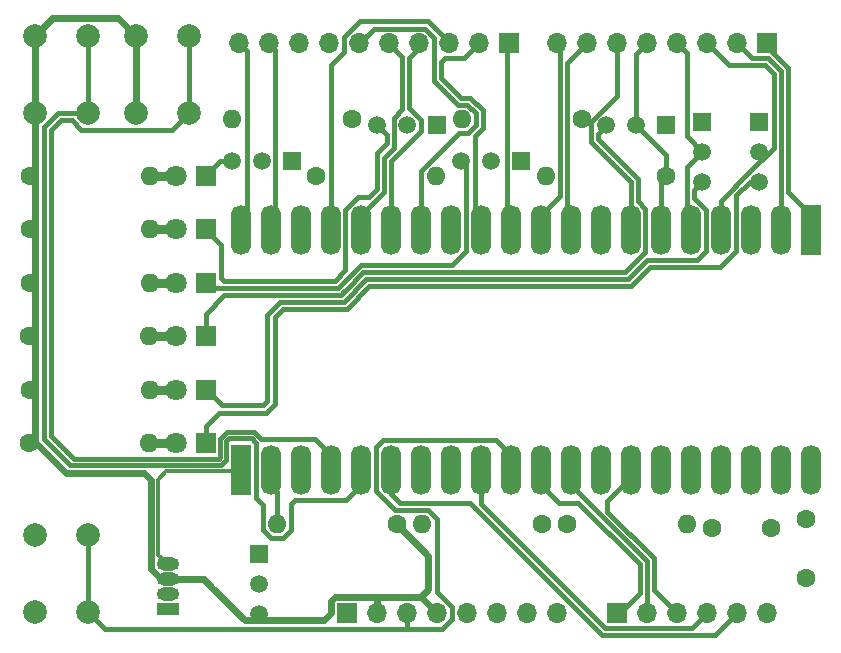
<source format=gbr>
%TF.GenerationSoftware,KiCad,Pcbnew,8.0.4*%
%TF.CreationDate,2024-09-11T09:24:51+02:00*%
%TF.ProjectId,Pico_Adapter,5069636f-5f41-4646-9170-7465722e6b69,V1.1*%
%TF.SameCoordinates,Original*%
%TF.FileFunction,Copper,L2,Bot*%
%TF.FilePolarity,Positive*%
%FSLAX46Y46*%
G04 Gerber Fmt 4.6, Leading zero omitted, Abs format (unit mm)*
G04 Created by KiCad (PCBNEW 8.0.4) date 2024-09-11 09:24:51*
%MOMM*%
%LPD*%
G01*
G04 APERTURE LIST*
%TA.AperFunction,ComponentPad*%
%ADD10R,1.500000X1.500000*%
%TD*%
%TA.AperFunction,ComponentPad*%
%ADD11C,1.500000*%
%TD*%
%TA.AperFunction,ComponentPad*%
%ADD12R,1.800000X1.800000*%
%TD*%
%TA.AperFunction,ComponentPad*%
%ADD13C,1.800000*%
%TD*%
%TA.AperFunction,ComponentPad*%
%ADD14R,1.700000X1.700000*%
%TD*%
%TA.AperFunction,ComponentPad*%
%ADD15O,1.700000X1.700000*%
%TD*%
%TA.AperFunction,ComponentPad*%
%ADD16C,1.600000*%
%TD*%
%TA.AperFunction,ComponentPad*%
%ADD17O,1.600000X1.600000*%
%TD*%
%TA.AperFunction,SMDPad,CuDef*%
%ADD18R,1.700000X4.240000*%
%TD*%
%TA.AperFunction,ComponentPad*%
%ADD19C,1.700000*%
%TD*%
%TA.AperFunction,SMDPad,CuDef*%
%ADD20O,1.700000X4.240000*%
%TD*%
%TA.AperFunction,ComponentPad*%
%ADD21C,2.000000*%
%TD*%
%TA.AperFunction,ComponentPad*%
%ADD22R,1.900000X1.140000*%
%TD*%
%TA.AperFunction,ComponentPad*%
%ADD23O,1.900000X1.140000*%
%TD*%
%TA.AperFunction,Conductor*%
%ADD24C,0.400000*%
%TD*%
%TA.AperFunction,Conductor*%
%ADD25C,0.300000*%
%TD*%
%TA.AperFunction,Conductor*%
%ADD26C,0.600000*%
%TD*%
%TA.AperFunction,Conductor*%
%ADD27C,0.800000*%
%TD*%
G04 APERTURE END LIST*
D10*
%TO.P,B1,1,GND*%
%TO.N,GND*%
X99568000Y-150749000D03*
D11*
%TO.P,B1,2,DQ*%
%TO.N,GP17*%
X99568000Y-153289000D03*
%TO.P,B1,3,V_{DD}*%
%TO.N,+3V3*%
X99568000Y-155829000D03*
%TD*%
D10*
%TO.P,Q5,1,S*%
%TO.N,GND*%
X121768600Y-117504400D03*
D11*
%TO.P,Q5,2,G*%
%TO.N,GP5*%
X119228600Y-117504400D03*
%TO.P,Q5,3,D*%
%TO.N,Net-(P5-K)*%
X116688600Y-117504400D03*
%TD*%
D12*
%TO.P,P5,1,K*%
%TO.N,Net-(P5-K)*%
X95052800Y-127791400D03*
D13*
%TO.P,P5,2,A*%
%TO.N,Net-(P5-A)*%
X92512800Y-127791400D03*
%TD*%
D14*
%TO.P,X5,1,Pin_1*%
%TO.N,GP26*%
X129869600Y-155769400D03*
D15*
%TO.P,X5,2,Pin_2*%
%TO.N,GP27*%
X132409600Y-155769400D03*
%TO.P,X5,3,Pin_3*%
%TO.N,GP28*%
X134949600Y-155769400D03*
%TO.P,X5,4,Pin_4*%
%TO.N,GP22*%
X137489600Y-155769400D03*
%TO.P,X5,5,Pin_5*%
%TO.N,GP20*%
X140029600Y-155769400D03*
%TO.P,X5,6,Pin_6*%
%TO.N,GP21*%
X142569600Y-155769400D03*
%TD*%
D16*
%TO.P,R3,1*%
%TO.N,GP3*%
X123521200Y-148238400D03*
D17*
%TO.P,R3,2*%
%TO.N,GND*%
X113361200Y-148238400D03*
%TD*%
D16*
%TO.P,R13,1*%
%TO.N,+3V3*%
X80138000Y-118723600D03*
D17*
%TO.P,R13,2*%
%TO.N,Net-(P7-A)*%
X90298000Y-118723600D03*
%TD*%
D14*
%TO.P,X2,1,Pin_1*%
%TO.N,GP16*%
X98018600Y-144931900D03*
D18*
X98018600Y-143661900D03*
D14*
X98018600Y-142391900D03*
D19*
%TO.P,X2,2,Pin_2*%
%TO.N,GP17*%
X100558600Y-144931900D03*
D20*
X100558600Y-143661900D03*
D19*
X100558600Y-142391900D03*
%TO.P,X2,3,Pin_3*%
%TO.N,GND*%
X103098600Y-144931900D03*
D20*
X103098600Y-143661900D03*
D19*
X103098600Y-142391900D03*
%TO.P,X2,4,Pin_4*%
%TO.N,GP18*%
X105638600Y-144931900D03*
D20*
X105638600Y-143661900D03*
D19*
X105638600Y-142391900D03*
%TO.P,X2,5,Pin_5*%
%TO.N,GP19*%
X108178600Y-144931900D03*
D20*
X108178600Y-143661900D03*
D19*
X108178600Y-142391900D03*
%TO.P,X2,6,Pin_6*%
%TO.N,GP20*%
X110718600Y-144931900D03*
D20*
X110718600Y-143661900D03*
D19*
X110718600Y-142391900D03*
%TO.P,X2,7,Pin_7*%
%TO.N,GP21*%
X113258600Y-144931900D03*
D20*
X113258600Y-143661900D03*
D19*
X113258600Y-142391900D03*
%TO.P,X2,8,Pin_8*%
%TO.N,GND*%
X115798600Y-144931900D03*
D20*
X115798600Y-143661900D03*
D19*
X115798600Y-142391900D03*
%TO.P,X2,9,Pin_9*%
%TO.N,GP22*%
X118338600Y-144931900D03*
D20*
X118338600Y-143661900D03*
D19*
X118338600Y-142391900D03*
%TO.P,X2,10,Pin_10*%
%TO.N,RUN*%
X120878600Y-144931900D03*
D20*
X120878600Y-143661900D03*
D19*
X120878600Y-142391900D03*
%TO.P,X2,11,Pin_11*%
%TO.N,GP26*%
X123418600Y-144931900D03*
D20*
X123418600Y-143661900D03*
D19*
X123418600Y-142391900D03*
%TO.P,X2,12,Pin_12*%
%TO.N,GP27*%
X125958600Y-144931900D03*
D20*
X125958600Y-143661900D03*
D19*
X125958600Y-142391900D03*
%TO.P,X2,13,Pin_13*%
%TO.N,GND*%
X128498600Y-144931900D03*
D20*
X128498600Y-143661900D03*
D19*
X128498600Y-142391900D03*
%TO.P,X2,14,Pin_14*%
%TO.N,GP28*%
X131038600Y-144931900D03*
D20*
X131038600Y-143661900D03*
D19*
X131038600Y-142391900D03*
%TO.P,X2,15,Pin_15*%
%TO.N,VREF*%
X133578600Y-144931900D03*
D20*
X133578600Y-143661900D03*
D19*
X133578600Y-142391900D03*
%TO.P,X2,16,Pin_16*%
%TO.N,+3V3*%
X136118600Y-144931900D03*
D20*
X136118600Y-143661900D03*
D19*
X136118600Y-142391900D03*
%TO.P,X2,17,Pin_17*%
%TO.N,unconnected-(X2-Pin_17-Pad17)_2*%
X138658600Y-144931900D03*
D20*
%TO.N,unconnected-(X2-Pin_17-Pad17)_1*%
X138658600Y-143661900D03*
D19*
%TO.N,unconnected-(X2-Pin_17-Pad17)_3*%
X138658600Y-142391900D03*
%TO.P,X2,18,Pin_18*%
%TO.N,GND*%
X141198600Y-144931900D03*
D20*
X141198600Y-143661900D03*
D19*
X141198600Y-142391900D03*
%TO.P,X2,19,Pin_19*%
%TO.N,+5V*%
X143738600Y-144931900D03*
D20*
X143738600Y-143661900D03*
D19*
X143738600Y-142391900D03*
%TO.P,X2,20,Pin_20*%
%TO.N,unconnected-(X2-Pin_20-Pad20)_2*%
X146278600Y-144931900D03*
D20*
%TO.N,unconnected-(X2-Pin_20-Pad20)*%
X146278600Y-143661900D03*
D19*
%TO.N,unconnected-(X2-Pin_20-Pad20)_1*%
X146278600Y-142391900D03*
%TD*%
D12*
%TO.P,P4,1,K*%
%TO.N,Net-(P4-K)*%
X95047800Y-132312600D03*
D13*
%TO.P,P4,2,A*%
%TO.N,Net-(P4-A)*%
X92507800Y-132312600D03*
%TD*%
D12*
%TO.P,P6,1,K*%
%TO.N,Net-(P6-K)*%
X95052800Y-123270200D03*
D13*
%TO.P,P6,2,A*%
%TO.N,Net-(P6-A)*%
X92512800Y-123270200D03*
%TD*%
D16*
%TO.P,C2,1*%
%TO.N,+5V*%
X145846800Y-152802600D03*
%TO.P,C2,2*%
%TO.N,GND*%
X145846800Y-147802600D03*
%TD*%
D21*
%TO.P,SW2,1,A*%
%TO.N,+3V3*%
X89114800Y-113439200D03*
X89114800Y-106939200D03*
%TO.P,SW2,2,B*%
%TO.N,GP18*%
X93614800Y-113439200D03*
X93614800Y-106939200D03*
%TD*%
D16*
%TO.P,R14,1*%
%TO.N,+3V3*%
X80133000Y-132312600D03*
D17*
%TO.P,R14,2*%
%TO.N,Net-(P4-A)*%
X90293000Y-132312600D03*
%TD*%
D16*
%TO.P,R10,1*%
%TO.N,+3V3*%
X80133000Y-141355000D03*
D17*
%TO.P,R10,2*%
%TO.N,Net-(P2-A)*%
X90293000Y-141355000D03*
%TD*%
D16*
%TO.P,R11,1*%
%TO.N,+3V3*%
X80138000Y-127791400D03*
D17*
%TO.P,R11,2*%
%TO.N,Net-(P5-A)*%
X90298000Y-127791400D03*
%TD*%
D16*
%TO.P,R7,1*%
%TO.N,+3V3*%
X111253000Y-148238400D03*
D17*
%TO.P,R7,2*%
%TO.N,GP17*%
X101093000Y-148238400D03*
%TD*%
D16*
%TO.P,R2,1*%
%TO.N,GP2*%
X125654800Y-148238400D03*
D17*
%TO.P,R2,2*%
%TO.N,GND*%
X135814800Y-148238400D03*
%TD*%
D16*
%TO.P,R1,1*%
%TO.N,GP7*%
X107468400Y-113948400D03*
D17*
%TO.P,R1,2*%
%TO.N,GND*%
X97308400Y-113948400D03*
%TD*%
D12*
%TO.P,P7,1,K*%
%TO.N,Net-(P7-K)*%
X95052800Y-118749000D03*
D13*
%TO.P,P7,2,A*%
%TO.N,Net-(P7-A)*%
X92512800Y-118749000D03*
%TD*%
D12*
%TO.P,P2,1,K*%
%TO.N,Net-(P2-K)*%
X95047800Y-141355000D03*
D13*
%TO.P,P2,2,A*%
%TO.N,Net-(P2-A)*%
X92507800Y-141355000D03*
%TD*%
D14*
%TO.P,X6,1,Pin_1*%
%TO.N,GP8*%
X120727800Y-107518400D03*
D15*
%TO.P,X6,2,Pin_2*%
%TO.N,GP9*%
X118187800Y-107518400D03*
%TO.P,X6,3,Pin_3*%
%TO.N,GP13*%
X115647800Y-107518400D03*
%TO.P,X6,4,Pin_4*%
%TO.N,GP11*%
X113107800Y-107518400D03*
%TO.P,X6,5,Pin_5*%
%TO.N,GP12*%
X110567800Y-107518400D03*
%TO.P,X6,6,Pin_6*%
%TO.N,GP10*%
X108027800Y-107518400D03*
%TO.P,X6,7,Pin_7*%
%TO.N,GND*%
X105487800Y-107518400D03*
%TO.P,X6,8,Pin_8*%
%TO.N,VREF*%
X102947800Y-107518400D03*
%TO.P,X6,9,Pin_9*%
%TO.N,GP14*%
X100407800Y-107518400D03*
%TO.P,X6,10,Pin_10*%
%TO.N,GP15*%
X97867800Y-107518400D03*
%TD*%
D14*
%TO.P,X3,1,Pin_1*%
%TO.N,unconnected-(X3-Pin_1-Pad1)*%
X107010600Y-155769400D03*
D15*
%TO.P,X3,2,Pin_2*%
%TO.N,+3V3*%
X109550600Y-155769400D03*
%TO.P,X3,3,Pin_3*%
%TO.N,RUN*%
X112090600Y-155769400D03*
%TO.P,X3,4,Pin_4*%
%TO.N,+3V3*%
X114630600Y-155769400D03*
%TO.P,X3,5,Pin_5*%
%TO.N,+5V*%
X117170600Y-155769400D03*
%TO.P,X3,6,Pin_6*%
%TO.N,GND*%
X119710600Y-155769400D03*
%TO.P,X3,7,Pin_7*%
X122250600Y-155769400D03*
%TO.P,X3,8,Pin_8*%
%TO.N,unconnected-(X3-Pin_8-Pad8)*%
X124790600Y-155769400D03*
%TD*%
D16*
%TO.P,R4,1*%
%TO.N,GP4*%
X134011400Y-118723600D03*
D17*
%TO.P,R4,2*%
%TO.N,GND*%
X123851400Y-118723600D03*
%TD*%
D10*
%TO.P,Q7,1,S*%
%TO.N,GND*%
X102337600Y-117500000D03*
D11*
%TO.P,Q7,2,G*%
%TO.N,GP7*%
X99797600Y-117500000D03*
%TO.P,Q7,3,D*%
%TO.N,Net-(P7-K)*%
X97257600Y-117500000D03*
%TD*%
D22*
%TO.P,P1,1,DOUT*%
%TO.N,unconnected-(P1-DOUT-Pad1)*%
X91821000Y-155448000D03*
D23*
%TO.P,P1,2,GND*%
%TO.N,GND*%
X91821000Y-154178000D03*
%TO.P,P1,3,VDD*%
%TO.N,+3V3*%
X91821000Y-152908000D03*
%TO.P,P1,4,DIN*%
%TO.N,GP16*%
X91821000Y-151638000D03*
%TD*%
D21*
%TO.P,SW1,2,B*%
%TO.N,GND*%
X80604800Y-155650000D03*
X80604800Y-149150000D03*
%TO.P,SW1,1,A*%
%TO.N,RUN*%
X85104800Y-155650000D03*
X85104800Y-149150000D03*
%TD*%
D16*
%TO.P,R12,1*%
%TO.N,+3V3*%
X80138000Y-136833800D03*
D17*
%TO.P,R12,2*%
%TO.N,Net-(P3-A)*%
X90298000Y-136833800D03*
%TD*%
D14*
%TO.P,X1,1,Pin_1*%
%TO.N,GP0*%
X146278600Y-122072400D03*
D18*
X146278600Y-123342400D03*
D14*
X146278600Y-124612400D03*
D19*
%TO.P,X1,2,Pin_2*%
%TO.N,GP1*%
X143738600Y-122072400D03*
D20*
X143738600Y-123342400D03*
D19*
X143738600Y-124612400D03*
%TO.P,X1,3,Pin_3*%
%TO.N,GND*%
X141198600Y-122072400D03*
D20*
X141198600Y-123342400D03*
D19*
X141198600Y-124612400D03*
%TO.P,X1,4,Pin_4*%
%TO.N,GP2*%
X138658600Y-122072400D03*
D20*
X138658600Y-123342400D03*
D19*
X138658600Y-124612400D03*
%TO.P,X1,5,Pin_5*%
%TO.N,GP3*%
X136118600Y-122072400D03*
D20*
X136118600Y-123342400D03*
D19*
X136118600Y-124612400D03*
%TO.P,X1,6,Pin_6*%
%TO.N,GP4*%
X133578600Y-122072400D03*
D20*
X133578600Y-123342400D03*
D19*
X133578600Y-124612400D03*
%TO.P,X1,7,Pin_7*%
%TO.N,GP5*%
X131038600Y-122072400D03*
D20*
X131038600Y-123342400D03*
D19*
X131038600Y-124612400D03*
%TO.P,X1,8,Pin_8*%
%TO.N,GND*%
X128498600Y-122072400D03*
D20*
X128498600Y-123342400D03*
D19*
X128498600Y-124612400D03*
%TO.P,X1,9,Pin_9*%
%TO.N,GP6*%
X125958600Y-122072400D03*
D20*
X125958600Y-123342400D03*
D19*
X125958600Y-124612400D03*
%TO.P,X1,10,Pin_10*%
%TO.N,GP7*%
X123418600Y-122072400D03*
D20*
X123418600Y-123342400D03*
D19*
X123418600Y-124612400D03*
%TO.P,X1,11,Pin_11*%
%TO.N,GP8*%
X120878600Y-122072400D03*
D20*
X120878600Y-123342400D03*
D19*
X120878600Y-124612400D03*
%TO.P,X1,12,Pin_12*%
%TO.N,GP9*%
X118338600Y-122072400D03*
D20*
X118338600Y-123342400D03*
D19*
X118338600Y-124612400D03*
%TO.P,X1,13,Pin_13*%
%TO.N,GND*%
X115798600Y-122072400D03*
D20*
X115798600Y-123342400D03*
D19*
X115798600Y-124612400D03*
%TO.P,X1,14,Pin_14*%
%TO.N,GP10*%
X113258600Y-122072400D03*
D20*
X113258600Y-123342400D03*
D19*
X113258600Y-124612400D03*
%TO.P,X1,15,Pin_15*%
%TO.N,GP11*%
X110718600Y-122072400D03*
D20*
X110718600Y-123342400D03*
D19*
X110718600Y-124612400D03*
%TO.P,X1,16,Pin_16*%
%TO.N,GP12*%
X108178600Y-122072400D03*
D20*
X108178600Y-123342400D03*
D19*
X108178600Y-124612400D03*
%TO.P,X1,17,Pin_17*%
%TO.N,GP13*%
X105638600Y-122072400D03*
D20*
X105638600Y-123342400D03*
D19*
X105638600Y-124612400D03*
%TO.P,X1,18,Pin_18*%
%TO.N,GND*%
X103098600Y-122072400D03*
D20*
X103098600Y-123342400D03*
D19*
X103098600Y-124612400D03*
%TO.P,X1,19,Pin_19*%
%TO.N,GP14*%
X100558600Y-122072400D03*
D20*
X100558600Y-123342400D03*
D19*
X100558600Y-124612400D03*
%TO.P,X1,20,Pin_20*%
%TO.N,GP15*%
X98018600Y-122072400D03*
D20*
X98018600Y-123342400D03*
D19*
X98018600Y-124612400D03*
%TD*%
D16*
%TO.P,R6,1*%
%TO.N,GP6*%
X104420400Y-118723600D03*
D17*
%TO.P,R6,2*%
%TO.N,GND*%
X114580400Y-118723600D03*
%TD*%
D10*
%TO.P,Q4,1,S*%
%TO.N,GND*%
X134062200Y-114452000D03*
D11*
%TO.P,Q4,2,G*%
%TO.N,GP4*%
X131522200Y-114452000D03*
%TO.P,Q4,3,D*%
%TO.N,Net-(P4-K)*%
X128982200Y-114452000D03*
%TD*%
D16*
%TO.P,R15,1*%
%TO.N,+3V3*%
X80138000Y-123270200D03*
D17*
%TO.P,R15,2*%
%TO.N,Net-(P6-A)*%
X90298000Y-123270200D03*
%TD*%
D16*
%TO.P,C1,1*%
%TO.N,+3V3*%
X137922000Y-148590000D03*
%TO.P,C1,2*%
%TO.N,GND*%
X142922000Y-148590000D03*
%TD*%
D10*
%TO.P,Q6,1,S*%
%TO.N,GND*%
X114656600Y-114456400D03*
D11*
%TO.P,Q6,2,G*%
%TO.N,GP6*%
X112116600Y-114456400D03*
%TO.P,Q6,3,D*%
%TO.N,Net-(P6-K)*%
X109576600Y-114456400D03*
%TD*%
D10*
%TO.P,Q3,1,S*%
%TO.N,GND*%
X137110200Y-114151600D03*
D11*
%TO.P,Q3,2,G*%
%TO.N,GP3*%
X137110200Y-116691600D03*
%TO.P,Q3,3,D*%
%TO.N,Net-(P3-K)*%
X137110200Y-119231600D03*
%TD*%
D14*
%TO.P,X4,1,Pin_1*%
%TO.N,GP0*%
X142569600Y-107518400D03*
D15*
%TO.P,X4,2,Pin_2*%
%TO.N,GP1*%
X140029600Y-107518400D03*
%TO.P,X4,3,Pin_3*%
%TO.N,GP2*%
X137489600Y-107518400D03*
%TO.P,X4,4,Pin_4*%
%TO.N,GP3*%
X134949600Y-107518400D03*
%TO.P,X4,5,Pin_5*%
%TO.N,GP4*%
X132409600Y-107518400D03*
%TO.P,X4,6,Pin_6*%
%TO.N,GP5*%
X129869600Y-107518400D03*
%TO.P,X4,7,Pin_7*%
%TO.N,GP6*%
X127329600Y-107518400D03*
%TO.P,X4,8,Pin_8*%
%TO.N,GP7*%
X124789600Y-107518400D03*
%TD*%
D12*
%TO.P,P3,1,K*%
%TO.N,Net-(P3-K)*%
X95052800Y-136833800D03*
D13*
%TO.P,P3,2,A*%
%TO.N,Net-(P3-A)*%
X92512800Y-136833800D03*
%TD*%
D21*
%TO.P,SW3,1,A*%
%TO.N,+3V3*%
X80580400Y-113413800D03*
X80580400Y-106913800D03*
%TO.P,SW3,2,B*%
%TO.N,GP19*%
X85080400Y-113413800D03*
X85080400Y-106913800D03*
%TD*%
D16*
%TO.P,R5,1*%
%TO.N,GP5*%
X126899400Y-113948400D03*
D17*
%TO.P,R5,2*%
%TO.N,GND*%
X116739400Y-113948400D03*
%TD*%
D10*
%TO.P,Q2,1,S*%
%TO.N,GND*%
X141885400Y-114151600D03*
D11*
%TO.P,Q2,2,G*%
%TO.N,GP2*%
X141885400Y-116691600D03*
%TO.P,Q2,3,D*%
%TO.N,Net-(P2-K)*%
X141885400Y-119231600D03*
%TD*%
D24*
%TO.N,GP0*%
X144338600Y-120132400D02*
X146278600Y-122072400D01*
X142569600Y-107825400D02*
X144338600Y-109594400D01*
X142569600Y-107518400D02*
X142569600Y-107825400D01*
X144338600Y-109594400D02*
X144338600Y-120132400D01*
%TO.N,GP1*%
X143738600Y-109858000D02*
X142649000Y-108768400D01*
X143738600Y-122072400D02*
X143738600Y-109858000D01*
X142649000Y-108768400D02*
X141279600Y-108768400D01*
X141279600Y-108768400D02*
X140029600Y-107518400D01*
%TO.N,GP2*%
X138658600Y-120832054D02*
X138658600Y-122072400D01*
X141885400Y-117605254D02*
X141148427Y-118342227D01*
X141148427Y-118342227D02*
X138658600Y-120832054D01*
X142400472Y-109368400D02*
X143138600Y-110106528D01*
X143138600Y-110106528D02*
X143138600Y-116352054D01*
X137489600Y-107518400D02*
X139339600Y-109368400D01*
X143138600Y-116352054D02*
X141148427Y-118342227D01*
X139339600Y-109368400D02*
X142400472Y-109368400D01*
%TO.N,GP3*%
X135786800Y-114558000D02*
X135786800Y-108355600D01*
X136118600Y-122072400D02*
X135786800Y-121740600D01*
X135786800Y-121740600D02*
X135786800Y-119231600D01*
X137110200Y-116691600D02*
X135786800Y-118015000D01*
X135786800Y-118015000D02*
X135786800Y-119231600D01*
X135786800Y-117989600D02*
X137084800Y-116691600D01*
X135786800Y-108355600D02*
X134949600Y-107518400D01*
X135786800Y-119231600D02*
X135786800Y-117989600D01*
X135786800Y-115393600D02*
X135786800Y-114558000D01*
X137084800Y-116691600D02*
X135786800Y-115393600D01*
%TO.N,GP4*%
X133578600Y-119131000D02*
X133986000Y-118723600D01*
X133578600Y-122072400D02*
X133578600Y-119131000D01*
X131496800Y-108431200D02*
X132409600Y-107518400D01*
X133986000Y-116941200D02*
X131496800Y-114452000D01*
X133986000Y-118723600D02*
X133986000Y-116941200D01*
X131496800Y-114452000D02*
X131496800Y-108431200D01*
%TO.N,GP5*%
X127636000Y-114171854D02*
X129869600Y-111938254D01*
X131038600Y-119244370D02*
X127636000Y-115841770D01*
X131038600Y-122072400D02*
X131038600Y-119244370D01*
X129869600Y-111938254D02*
X129869600Y-107518400D01*
X127636000Y-115841770D02*
X127636000Y-114171854D01*
%TO.N,GP6*%
X127329600Y-107518400D02*
X125674000Y-109174000D01*
X125674000Y-121787800D02*
X125958600Y-122072400D01*
X125674000Y-109174000D02*
X125674000Y-121787800D01*
%TO.N,GP7*%
X125074000Y-107802800D02*
X124789600Y-107518400D01*
X123418600Y-122072400D02*
X125074000Y-120417000D01*
X125074000Y-120417000D02*
X125074000Y-107802800D01*
X123418600Y-122072400D02*
X123418600Y-121676585D01*
%TO.N,GP8*%
X120593200Y-121787000D02*
X120593200Y-107653000D01*
X120878600Y-122072400D02*
X120593200Y-121787000D01*
X120593200Y-107653000D02*
X120727800Y-107518400D01*
%TO.N,GP9*%
X117838600Y-115394784D02*
X117838600Y-121572400D01*
X114997800Y-110443872D02*
X116683128Y-112129200D01*
X116937800Y-108768400D02*
X115340800Y-108768400D01*
X118539400Y-114693985D02*
X117838600Y-115394784D01*
X116683128Y-112129200D02*
X117465785Y-112129200D01*
X118539400Y-113202815D02*
X118539400Y-114693985D01*
X117465785Y-112129200D02*
X118539400Y-113202815D01*
X117838600Y-121572400D02*
X118338600Y-122072400D01*
X114997800Y-109111400D02*
X114997800Y-110443872D01*
X118187800Y-107518400D02*
X116937800Y-108768400D01*
X115340800Y-108768400D02*
X114997800Y-109111400D01*
%TO.N,GP10*%
X113625567Y-106268400D02*
X109277800Y-106268400D01*
X109277800Y-106268400D02*
X108027800Y-107518400D01*
X113258600Y-118348343D02*
X116458543Y-115148400D01*
X114397800Y-110692400D02*
X114397800Y-107040633D01*
X117236456Y-115148400D02*
X117939400Y-114445457D01*
X117217257Y-112729200D02*
X116434600Y-112729200D01*
X117939400Y-114445457D02*
X117939400Y-113451343D01*
X114397800Y-107040633D02*
X113625567Y-106268400D01*
X113258600Y-122072400D02*
X113258600Y-118348343D01*
X117939400Y-113451343D02*
X117217257Y-112729200D01*
X116458543Y-115148400D02*
X117236456Y-115148400D01*
X113721546Y-122072400D02*
X113258600Y-122072400D01*
X116434600Y-112729200D02*
X114397800Y-110692400D01*
%TO.N,GP11*%
X113107800Y-107953400D02*
X113107800Y-107518400D01*
X112294400Y-108766800D02*
X113107800Y-107953400D01*
X110718600Y-117480746D02*
X113266600Y-114932746D01*
X112294400Y-112703800D02*
X112294400Y-108766800D01*
X113266600Y-113980054D02*
X112294400Y-113007854D01*
X112294400Y-113007854D02*
X112294400Y-112703800D01*
X110718600Y-122072400D02*
X110718600Y-117480746D01*
X113266600Y-114932746D02*
X113266600Y-113980054D01*
%TO.N,GP12*%
X110966600Y-116384218D02*
X110118600Y-117232218D01*
X110567800Y-107518400D02*
X111694400Y-108645000D01*
X111694400Y-113093600D02*
X110966600Y-113821400D01*
X110118600Y-117232218D02*
X110118600Y-120132400D01*
X110966600Y-113821400D02*
X110966600Y-116384218D01*
X111694400Y-108645000D02*
X111694400Y-113093600D01*
X110118600Y-120132400D02*
X108178600Y-122072400D01*
%TO.N,GP13*%
X105638600Y-109352000D02*
X106757200Y-108233400D01*
X105638600Y-122072400D02*
X105638600Y-109352000D01*
X106757200Y-108233400D02*
X106757200Y-107021233D01*
X108110433Y-105668000D02*
X113873695Y-105668000D01*
X113873695Y-105668000D02*
X115647800Y-107442105D01*
X115647800Y-107442105D02*
X115647800Y-107518400D01*
X106757200Y-107021233D02*
X108110433Y-105668000D01*
%TO.N,GP14*%
X100558600Y-122072400D02*
X100947600Y-121683400D01*
X100947600Y-108058200D02*
X100407800Y-107518400D01*
X100947600Y-121683400D02*
X100947600Y-108058200D01*
%TO.N,GP15*%
X98508400Y-121582600D02*
X98508400Y-108159000D01*
X98018600Y-122072400D02*
X98508400Y-121582600D01*
X98508400Y-108159000D02*
X97867800Y-107518400D01*
D25*
%TO.N,GP16*%
X96646500Y-143764000D02*
X97916500Y-143764000D01*
X90999000Y-150816000D02*
X90999000Y-144459000D01*
X91821000Y-151638000D02*
X90999000Y-150816000D01*
X96393000Y-143764000D02*
X96646500Y-143764000D01*
X91694000Y-143764000D02*
X93472000Y-143764000D01*
X97916500Y-143764000D02*
X98018600Y-143661900D01*
X90999000Y-144459000D02*
X91694000Y-143764000D01*
X93472000Y-143764000D02*
X96393000Y-143764000D01*
D24*
%TO.N,GP17*%
X101093000Y-145466300D02*
X100558600Y-144931900D01*
X101093000Y-148238400D02*
X101093000Y-145466300D01*
%TO.N,GP18*%
X92214800Y-114839200D02*
X84525901Y-114839200D01*
X96834338Y-140445000D02*
X99164162Y-140445000D01*
X82808827Y-114013800D02*
X81938000Y-114884627D01*
X96272800Y-141006538D02*
X96834338Y-140445000D01*
X99777812Y-141058650D02*
X104305350Y-141058650D01*
X83907931Y-142715331D02*
X96137469Y-142715331D01*
X93614800Y-113439200D02*
X92214800Y-114839200D01*
X81938000Y-140745400D02*
X83907931Y-142715331D01*
X81938000Y-114884627D02*
X81938000Y-140745400D01*
X96137469Y-142715331D02*
X96272800Y-142580000D01*
X99164162Y-140445000D02*
X99777812Y-141058650D01*
X93614800Y-106939200D02*
X93614800Y-113439200D01*
X84525901Y-114839200D02*
X83700501Y-114013800D01*
X104305350Y-141058650D02*
X105638600Y-142391900D01*
X96272800Y-142580000D02*
X96272800Y-141006538D01*
X83700501Y-114013800D02*
X82808827Y-114013800D01*
%TO.N,GP19*%
X102293000Y-146505000D02*
X102293000Y-148765600D01*
X102293000Y-148765600D02*
X101620200Y-149438400D01*
X81338000Y-140993928D02*
X81338000Y-114636099D01*
X99314000Y-141337300D02*
X98946700Y-140970000D01*
X99314000Y-146002200D02*
X99314000Y-141337300D01*
X96797800Y-142797462D02*
X96354931Y-143240331D01*
X99893000Y-146593600D02*
X99899200Y-146587400D01*
X100585000Y-149438400D02*
X99893000Y-148746400D01*
X96354931Y-143240331D02*
X83584403Y-143240331D01*
X99893000Y-148746400D02*
X99893000Y-146593600D01*
X85080400Y-106913800D02*
X85080400Y-113413800D01*
X97051800Y-140970000D02*
X96797800Y-141224000D01*
X98946700Y-140970000D02*
X97051800Y-140970000D01*
X108178600Y-144931900D02*
X106928600Y-146181900D01*
X102616100Y-146181900D02*
X102293000Y-146505000D01*
X83584403Y-143240331D02*
X81338000Y-140993928D01*
X81338000Y-114636099D02*
X82560299Y-113413800D01*
X101620200Y-149438400D02*
X100585000Y-149438400D01*
X82560299Y-113413800D02*
X85080400Y-113413800D01*
X96797800Y-141224000D02*
X96797800Y-142797462D01*
X106928600Y-146181900D02*
X102616100Y-146181900D01*
X99899200Y-146587400D02*
X99314000Y-146002200D01*
%TO.N,GP20*%
X140029600Y-155769400D02*
X138179600Y-157619400D01*
X110718600Y-144931900D02*
X110718600Y-145675400D01*
X138179600Y-157619400D02*
X129566400Y-157619400D01*
X128573872Y-157619400D02*
X129566400Y-157619400D01*
X111481600Y-146438400D02*
X117392872Y-146438400D01*
X117392872Y-146438400D02*
X128573872Y-157619400D01*
X110718600Y-145675400D02*
X111481600Y-146438400D01*
%TO.N,GP22*%
X118338600Y-144931900D02*
X118338600Y-146181000D01*
X136239600Y-157019400D02*
X128822400Y-157019400D01*
X128822400Y-157019400D02*
X118338600Y-146535600D01*
X137489600Y-155769400D02*
X136239600Y-157019400D01*
X118338600Y-146535600D02*
X118338600Y-146181000D01*
%TO.N,RUN*%
X115880600Y-156287167D02*
X115880600Y-155251633D01*
X86511000Y-157084600D02*
X112091200Y-157084600D01*
X115880600Y-155251633D02*
X114605800Y-153976833D01*
X85080400Y-155654000D02*
X85080400Y-149154000D01*
X113858257Y-147038400D02*
X111057333Y-147038400D01*
X85080400Y-155654000D02*
X86511000Y-157084600D01*
X111057333Y-147038400D02*
X109468600Y-145449667D01*
X112091200Y-157084600D02*
X115083167Y-157084600D01*
X114605800Y-153976833D02*
X114605800Y-147785943D01*
X109468600Y-141707100D02*
X110033800Y-141141900D01*
X109468600Y-145449667D02*
X109468600Y-141707100D01*
X114605800Y-147785943D02*
X113858257Y-147038400D01*
X112090600Y-157084000D02*
X112091200Y-157084600D01*
X110033800Y-141141900D02*
X119628600Y-141141900D01*
X112090600Y-155769400D02*
X112090600Y-157084000D01*
X115083167Y-157084600D02*
X115880600Y-156287167D01*
X119628600Y-141141900D02*
X120878600Y-142391900D01*
%TO.N,GP26*%
X131809600Y-154097800D02*
X131809600Y-151631428D01*
X130138000Y-155769400D02*
X131809600Y-154097800D01*
X131809600Y-151631428D02*
X126616586Y-146438414D01*
X124925114Y-146438414D02*
X123418600Y-144931900D01*
X129869600Y-155769400D02*
X130138000Y-155769400D01*
X126616586Y-146438414D02*
X124925114Y-146438414D01*
%TO.N,GP27*%
X132409600Y-155769400D02*
X132409600Y-151382900D01*
X132409600Y-151382900D02*
X125958600Y-144931900D01*
%TO.N,GP28*%
X133009600Y-153829400D02*
X133009600Y-151134372D01*
X134949600Y-155769400D02*
X133009600Y-153829400D01*
X133009600Y-151134372D02*
X129033000Y-147157772D01*
X130383700Y-144931900D02*
X131038600Y-144931900D01*
X129033000Y-147157772D02*
X129033000Y-146282600D01*
X129033000Y-146282600D02*
X130383700Y-144931900D01*
D26*
%TO.N,+3V3*%
X105660600Y-155761200D02*
X105660600Y-154700400D01*
X105037200Y-156384600D02*
X105660600Y-155761200D01*
X113252400Y-154391200D02*
X114630600Y-155769400D01*
X82072062Y-142717938D02*
X80638000Y-141283877D01*
X90424000Y-151515142D02*
X90424000Y-151003000D01*
X91303858Y-152908000D02*
X90424000Y-152028142D01*
X83219455Y-143865331D02*
X82072062Y-142717938D01*
X113905800Y-150891200D02*
X111253000Y-148238400D01*
X94869000Y-152908000D02*
X91821000Y-152908000D01*
X109525800Y-154391200D02*
X111862600Y-154391200D01*
X113905800Y-152505600D02*
X113905800Y-150891200D01*
X82080400Y-105413800D02*
X87589400Y-105413800D01*
X80580400Y-106913800D02*
X82080400Y-105413800D01*
X87589400Y-105413800D02*
X89114800Y-106939200D01*
X91821000Y-152908000D02*
X91303858Y-152908000D01*
X98345600Y-156384600D02*
X105037200Y-156384600D01*
X113905800Y-153171350D02*
X113905800Y-153737800D01*
X95504000Y-153543000D02*
X94869000Y-152908000D01*
X111862600Y-154391200D02*
X112478850Y-154391200D01*
X109550600Y-154416000D02*
X109525800Y-154391200D01*
X109550600Y-155769400D02*
X109550600Y-154416000D01*
X90424000Y-152028142D02*
X90424000Y-151003000D01*
X113905800Y-153737800D02*
X113252400Y-154391200D01*
X90424000Y-144500331D02*
X89789000Y-143865331D01*
X90424000Y-151003000D02*
X90424000Y-144500331D01*
X113905800Y-152505600D02*
X113905800Y-153171350D01*
X80638000Y-106971400D02*
X80580400Y-106913800D01*
X89789000Y-143865331D02*
X83219455Y-143865331D01*
X80638000Y-141283877D02*
X80638000Y-106971400D01*
X112685950Y-154391200D02*
X113252400Y-154391200D01*
X95504000Y-153543000D02*
X98345600Y-156384600D01*
X105660600Y-154700400D02*
X105969800Y-154391200D01*
X105969800Y-154391200D02*
X109525800Y-154391200D01*
X112685950Y-154391200D02*
X111862600Y-154391200D01*
X89114800Y-106939200D02*
X89114800Y-113439200D01*
D24*
%TO.N,Net-(P2-K)*%
X106979112Y-130023800D02*
X101588728Y-130023800D01*
X100883764Y-130728764D02*
X100883764Y-138069164D01*
X101588728Y-130023800D02*
X100883764Y-130728764D01*
X95047800Y-139943400D02*
X95047800Y-141355000D01*
X100883764Y-138069164D02*
X100172128Y-138780800D01*
X139948600Y-120390582D02*
X139948600Y-125090167D01*
X96210400Y-138780800D02*
X95047800Y-139943400D01*
X139948600Y-125090167D02*
X138576366Y-126462400D01*
X132668656Y-126462400D02*
X131034856Y-128096200D01*
X141107582Y-119231600D02*
X139948600Y-120390582D01*
X141885400Y-119231600D02*
X141107582Y-119231600D01*
X108906712Y-128096200D02*
X106979112Y-130023800D01*
X100172128Y-138780800D02*
X96210400Y-138780800D01*
X131034856Y-128096200D02*
X108906712Y-128096200D01*
X138576366Y-126462400D02*
X132668656Y-126462400D01*
D27*
%TO.N,Net-(P2-A)*%
X90293000Y-141355000D02*
X92507800Y-141355000D01*
D24*
%TO.N,Net-(P3-K)*%
X100283764Y-130480236D02*
X100283764Y-137820636D01*
X99923600Y-138180800D02*
X96399800Y-138180800D01*
X130786328Y-127496200D02*
X108658184Y-127496200D01*
X96399800Y-138180800D02*
X95052800Y-136833800D01*
X137110200Y-119231600D02*
X136386800Y-119955000D01*
X101340200Y-129423800D02*
X100283764Y-130480236D01*
X136386800Y-119955000D02*
X136386800Y-120572833D01*
X137408600Y-121594633D02*
X137408600Y-125090167D01*
X106730584Y-129423800D02*
X101340200Y-129423800D01*
X136386800Y-120572833D02*
X137408600Y-121594633D01*
X136636367Y-125862400D02*
X132420128Y-125862400D01*
X108658184Y-127496200D02*
X106730584Y-129423800D01*
X132420128Y-125862400D02*
X130786328Y-127496200D01*
X137408600Y-125090167D02*
X136636367Y-125862400D01*
X100283764Y-137820636D02*
X99923600Y-138180800D01*
D27*
%TO.N,Net-(P3-A)*%
X90298000Y-136833800D02*
X92512800Y-136833800D01*
D24*
%TO.N,Net-(P4-K)*%
X132288600Y-125145400D02*
X130537800Y-126896200D01*
X95047800Y-130396400D02*
X96620400Y-128823800D01*
X132288600Y-121554633D02*
X132288600Y-125145400D01*
X108409656Y-126896200D02*
X106896028Y-128409828D01*
X128982200Y-114452000D02*
X128236000Y-115198200D01*
X95047800Y-132312600D02*
X95047800Y-130396400D01*
X130537800Y-126896200D02*
X108409656Y-126896200D01*
X131638600Y-118995842D02*
X131638600Y-120904633D01*
X106482056Y-128823800D02*
X106896028Y-128409828D01*
X131638600Y-120904633D02*
X132288600Y-121554633D01*
X128236000Y-115198200D02*
X128236000Y-115593242D01*
X96620400Y-128823800D02*
X106482056Y-128823800D01*
X106896028Y-128409828D02*
X106692828Y-128613028D01*
X128236000Y-115593242D02*
X131638600Y-118995842D01*
D27*
%TO.N,Net-(P4-A)*%
X90293000Y-132312600D02*
X92507800Y-132312600D01*
D24*
%TO.N,Net-(P5-K)*%
X106233528Y-128223800D02*
X95485200Y-128223800D01*
X108161128Y-126296200D02*
X106233528Y-128223800D01*
X117088600Y-117904400D02*
X117088600Y-125090167D01*
X95485200Y-128223800D02*
X95052800Y-127791400D01*
X115882567Y-126296200D02*
X108161128Y-126296200D01*
X117088600Y-125090167D02*
X115882567Y-126296200D01*
X116688600Y-117504400D02*
X117088600Y-117904400D01*
D27*
%TO.N,Net-(P5-A)*%
X92512800Y-127791400D02*
X90298000Y-127791400D01*
D24*
%TO.N,Net-(P6-K)*%
X96352800Y-127369200D02*
X96607400Y-127623800D01*
X105985000Y-127623800D02*
X106888600Y-126720200D01*
X107938497Y-120544736D02*
X108857736Y-120544736D01*
X95052800Y-123270200D02*
X96352800Y-124570200D01*
X109518600Y-119883872D02*
X109518600Y-116803000D01*
X106888600Y-126720200D02*
X106888600Y-121594633D01*
X109518600Y-116803000D02*
X110366600Y-115955000D01*
X110366600Y-115246400D02*
X109576600Y-114456400D01*
X96352800Y-124570200D02*
X96352800Y-127369200D01*
X96607400Y-127623800D02*
X105985000Y-127623800D01*
X110366600Y-115955000D02*
X110366600Y-115246400D01*
X108857736Y-120544736D02*
X109518600Y-119883872D01*
X106888600Y-121594633D02*
X107938497Y-120544736D01*
D27*
%TO.N,Net-(P6-A)*%
X92512800Y-123270200D02*
X90298000Y-123270200D01*
D24*
%TO.N,Net-(P7-K)*%
X97257600Y-117500000D02*
X96301800Y-117500000D01*
X96301800Y-117500000D02*
X95052800Y-118749000D01*
D27*
%TO.N,Net-(P7-A)*%
X90323400Y-118749000D02*
X90298000Y-118723600D01*
X92512800Y-118749000D02*
X90323400Y-118749000D01*
%TD*%
M02*

</source>
